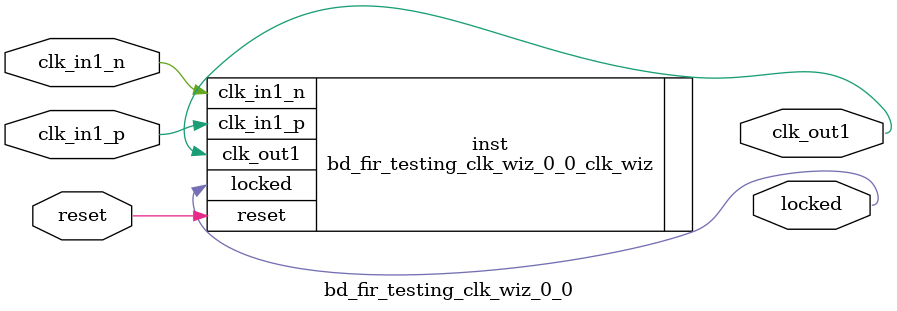
<source format=v>


`timescale 1ps/1ps

(* CORE_GENERATION_INFO = "bd_fir_testing_clk_wiz_0_0,clk_wiz_v6_0_13_0_0,{component_name=bd_fir_testing_clk_wiz_0_0,use_phase_alignment=true,use_min_o_jitter=false,use_max_i_jitter=false,use_dyn_phase_shift=false,use_inclk_switchover=false,use_dyn_reconfig=false,enable_axi=0,feedback_source=FDBK_AUTO,PRIMITIVE=MMCM,num_out_clk=1,clkin1_period=10.000,clkin2_period=10.000,use_power_down=false,use_reset=true,use_locked=true,use_inclk_stopped=false,feedback_type=SINGLE,CLOCK_MGR_TYPE=NA,manual_override=false}" *)

module bd_fir_testing_clk_wiz_0_0 
 (
  // Clock out ports
  output        clk_out1,
  // Status and control signals
  input         reset,
  output        locked,
 // Clock in ports
  input         clk_in1_p,
  input         clk_in1_n
 );

  bd_fir_testing_clk_wiz_0_0_clk_wiz inst
  (
  // Clock out ports  
  .clk_out1(clk_out1),
  // Status and control signals               
  .reset(reset), 
  .locked(locked),
 // Clock in ports
  .clk_in1_p(clk_in1_p),
  .clk_in1_n(clk_in1_n)
  );

endmodule

</source>
